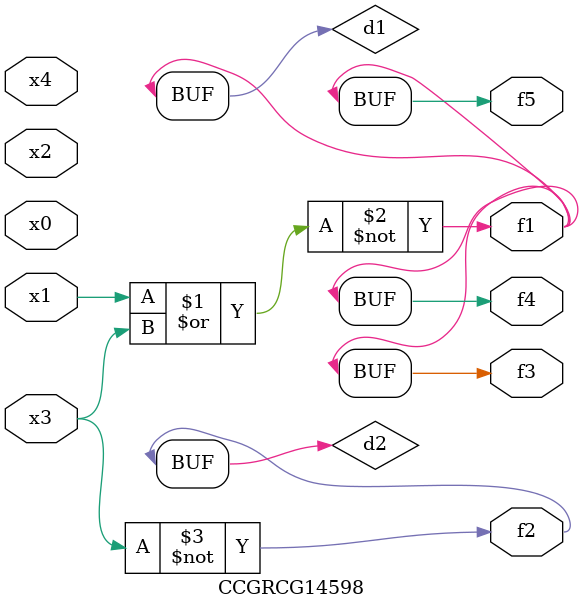
<source format=v>
module CCGRCG14598(
	input x0, x1, x2, x3, x4,
	output f1, f2, f3, f4, f5
);

	wire d1, d2;

	nor (d1, x1, x3);
	not (d2, x3);
	assign f1 = d1;
	assign f2 = d2;
	assign f3 = d1;
	assign f4 = d1;
	assign f5 = d1;
endmodule

</source>
